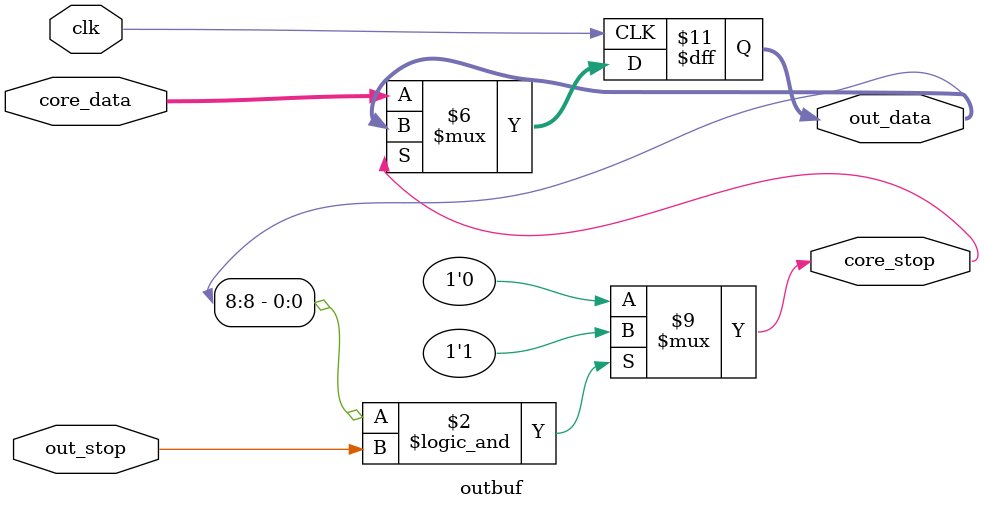
<source format=sv>
module outbuf #(parameter W=8) (
	input clk,
	input logic[W:0] core_data, output logic core_stop,
	output reg[W:0] out_data, input logic out_stop
);

	initial out_data = {1'b0, {W{1'b0}}};
	
//	assign core_stop = out_data[W] && out_stop;
	
	always_comb
		if(out_data[W] && out_stop)
			core_stop = 1'b1;
		else 
			core_stop = 1'b0;
	
	always @(posedge clk)
		if(!core_stop)
			out_data <= core_data;
			
endmodule
</source>
